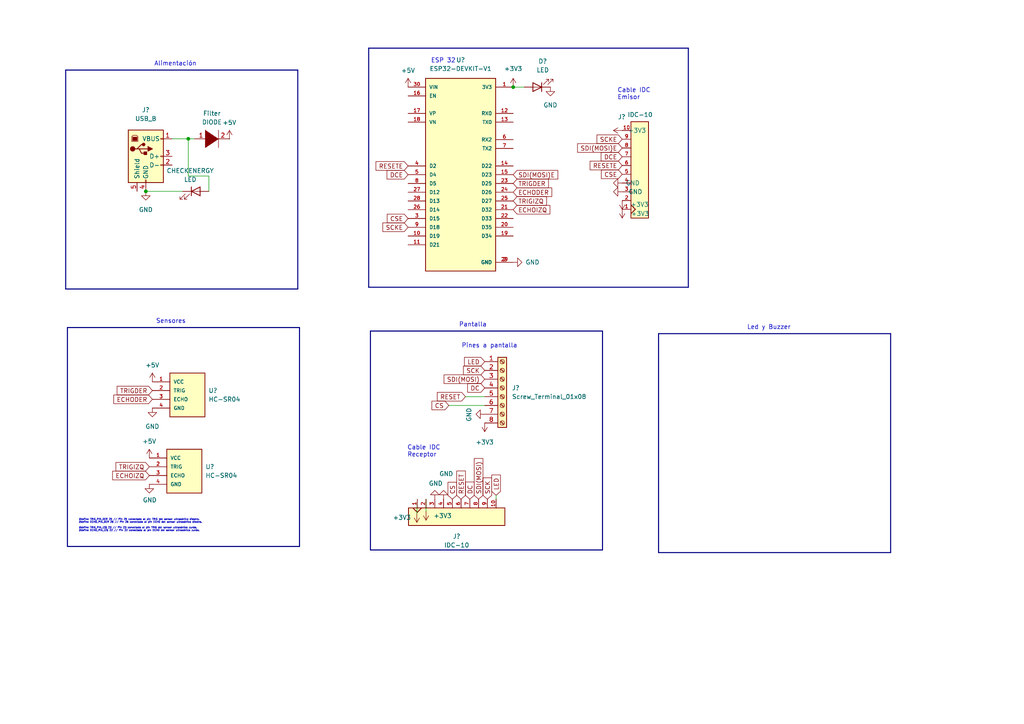
<source format=kicad_sch>
(kicad_sch (version 20211123) (generator eeschema)

  (uuid 9538e4ed-27e6-4c37-b989-9859dc0d49e8)

  (paper "A4")

  (lib_symbols
    (symbol "Connector:Screw_Terminal_01x08" (pin_names (offset 1.016) hide) (in_bom yes) (on_board yes)
      (property "Reference" "J" (id 0) (at 0 10.16 0)
        (effects (font (size 1.27 1.27)))
      )
      (property "Value" "Screw_Terminal_01x08" (id 1) (at 0 -12.7 0)
        (effects (font (size 1.27 1.27)))
      )
      (property "Footprint" "" (id 2) (at 0 0 0)
        (effects (font (size 1.27 1.27)) hide)
      )
      (property "Datasheet" "~" (id 3) (at 0 0 0)
        (effects (font (size 1.27 1.27)) hide)
      )
      (property "ki_keywords" "screw terminal" (id 4) (at 0 0 0)
        (effects (font (size 1.27 1.27)) hide)
      )
      (property "ki_description" "Generic screw terminal, single row, 01x08, script generated (kicad-library-utils/schlib/autogen/connector/)" (id 5) (at 0 0 0)
        (effects (font (size 1.27 1.27)) hide)
      )
      (property "ki_fp_filters" "TerminalBlock*:*" (id 6) (at 0 0 0)
        (effects (font (size 1.27 1.27)) hide)
      )
      (symbol "Screw_Terminal_01x08_1_1"
        (rectangle (start -1.27 8.89) (end 1.27 -11.43)
          (stroke (width 0.254) (type default) (color 0 0 0 0))
          (fill (type background))
        )
        (circle (center 0 -10.16) (radius 0.635)
          (stroke (width 0.1524) (type default) (color 0 0 0 0))
          (fill (type none))
        )
        (circle (center 0 -7.62) (radius 0.635)
          (stroke (width 0.1524) (type default) (color 0 0 0 0))
          (fill (type none))
        )
        (circle (center 0 -5.08) (radius 0.635)
          (stroke (width 0.1524) (type default) (color 0 0 0 0))
          (fill (type none))
        )
        (circle (center 0 -2.54) (radius 0.635)
          (stroke (width 0.1524) (type default) (color 0 0 0 0))
          (fill (type none))
        )
        (polyline
          (pts
            (xy -0.5334 -9.8298)
            (xy 0.3302 -10.668)
          )
          (stroke (width 0.1524) (type default) (color 0 0 0 0))
          (fill (type none))
        )
        (polyline
          (pts
            (xy -0.5334 -7.2898)
            (xy 0.3302 -8.128)
          )
          (stroke (width 0.1524) (type default) (color 0 0 0 0))
          (fill (type none))
        )
        (polyline
          (pts
            (xy -0.5334 -4.7498)
            (xy 0.3302 -5.588)
          )
          (stroke (width 0.1524) (type default) (color 0 0 0 0))
          (fill (type none))
        )
        (polyline
          (pts
            (xy -0.5334 -2.2098)
            (xy 0.3302 -3.048)
          )
          (stroke (width 0.1524) (type default) (color 0 0 0 0))
          (fill (type none))
        )
        (polyline
          (pts
            (xy -0.5334 0.3302)
            (xy 0.3302 -0.508)
          )
          (stroke (width 0.1524) (type default) (color 0 0 0 0))
          (fill (type none))
        )
        (polyline
          (pts
            (xy -0.5334 2.8702)
            (xy 0.3302 2.032)
          )
          (stroke (width 0.1524) (type default) (color 0 0 0 0))
          (fill (type none))
        )
        (polyline
          (pts
            (xy -0.5334 5.4102)
            (xy 0.3302 4.572)
          )
          (stroke (width 0.1524) (type default) (color 0 0 0 0))
          (fill (type none))
        )
        (polyline
          (pts
            (xy -0.5334 7.9502)
            (xy 0.3302 7.112)
          )
          (stroke (width 0.1524) (type default) (color 0 0 0 0))
          (fill (type none))
        )
        (polyline
          (pts
            (xy -0.3556 -9.652)
            (xy 0.508 -10.4902)
          )
          (stroke (width 0.1524) (type default) (color 0 0 0 0))
          (fill (type none))
        )
        (polyline
          (pts
            (xy -0.3556 -7.112)
            (xy 0.508 -7.9502)
          )
          (stroke (width 0.1524) (type default) (color 0 0 0 0))
          (fill (type none))
        )
        (polyline
          (pts
            (xy -0.3556 -4.572)
            (xy 0.508 -5.4102)
          )
          (stroke (width 0.1524) (type default) (color 0 0 0 0))
          (fill (type none))
        )
        (polyline
          (pts
            (xy -0.3556 -2.032)
            (xy 0.508 -2.8702)
          )
          (stroke (width 0.1524) (type default) (color 0 0 0 0))
          (fill (type none))
        )
        (polyline
          (pts
            (xy -0.3556 0.508)
            (xy 0.508 -0.3302)
          )
          (stroke (width 0.1524) (type default) (color 0 0 0 0))
          (fill (type none))
        )
        (polyline
          (pts
            (xy -0.3556 3.048)
            (xy 0.508 2.2098)
          )
          (stroke (width 0.1524) (type default) (color 0 0 0 0))
          (fill (type none))
        )
        (polyline
          (pts
            (xy -0.3556 5.588)
            (xy 0.508 4.7498)
          )
          (stroke (width 0.1524) (type default) (color 0 0 0 0))
          (fill (type none))
        )
        (polyline
          (pts
            (xy -0.3556 8.128)
            (xy 0.508 7.2898)
          )
          (stroke (width 0.1524) (type default) (color 0 0 0 0))
          (fill (type none))
        )
        (circle (center 0 0) (radius 0.635)
          (stroke (width 0.1524) (type default) (color 0 0 0 0))
          (fill (type none))
        )
        (circle (center 0 2.54) (radius 0.635)
          (stroke (width 0.1524) (type default) (color 0 0 0 0))
          (fill (type none))
        )
        (circle (center 0 5.08) (radius 0.635)
          (stroke (width 0.1524) (type default) (color 0 0 0 0))
          (fill (type none))
        )
        (circle (center 0 7.62) (radius 0.635)
          (stroke (width 0.1524) (type default) (color 0 0 0 0))
          (fill (type none))
        )
        (pin passive line (at -5.08 7.62 0) (length 3.81)
          (name "Pin_1" (effects (font (size 1.27 1.27))))
          (number "1" (effects (font (size 1.27 1.27))))
        )
        (pin passive line (at -5.08 5.08 0) (length 3.81)
          (name "Pin_2" (effects (font (size 1.27 1.27))))
          (number "2" (effects (font (size 1.27 1.27))))
        )
        (pin passive line (at -5.08 2.54 0) (length 3.81)
          (name "Pin_3" (effects (font (size 1.27 1.27))))
          (number "3" (effects (font (size 1.27 1.27))))
        )
        (pin passive line (at -5.08 0 0) (length 3.81)
          (name "Pin_4" (effects (font (size 1.27 1.27))))
          (number "4" (effects (font (size 1.27 1.27))))
        )
        (pin passive line (at -5.08 -2.54 0) (length 3.81)
          (name "Pin_5" (effects (font (size 1.27 1.27))))
          (number "5" (effects (font (size 1.27 1.27))))
        )
        (pin passive line (at -5.08 -5.08 0) (length 3.81)
          (name "Pin_6" (effects (font (size 1.27 1.27))))
          (number "6" (effects (font (size 1.27 1.27))))
        )
        (pin passive line (at -5.08 -7.62 0) (length 3.81)
          (name "Pin_7" (effects (font (size 1.27 1.27))))
          (number "7" (effects (font (size 1.27 1.27))))
        )
        (pin passive line (at -5.08 -10.16 0) (length 3.81)
          (name "Pin_8" (effects (font (size 1.27 1.27))))
          (number "8" (effects (font (size 1.27 1.27))))
        )
      )
    )
    (symbol "Connector:USB_B" (pin_names (offset 1.016)) (in_bom yes) (on_board yes)
      (property "Reference" "J" (id 0) (at -5.08 11.43 0)
        (effects (font (size 1.27 1.27)) (justify left))
      )
      (property "Value" "USB_B" (id 1) (at -5.08 8.89 0)
        (effects (font (size 1.27 1.27)) (justify left))
      )
      (property "Footprint" "" (id 2) (at 3.81 -1.27 0)
        (effects (font (size 1.27 1.27)) hide)
      )
      (property "Datasheet" " ~" (id 3) (at 3.81 -1.27 0)
        (effects (font (size 1.27 1.27)) hide)
      )
      (property "ki_keywords" "connector USB" (id 4) (at 0 0 0)
        (effects (font (size 1.27 1.27)) hide)
      )
      (property "ki_description" "USB Type B connector" (id 5) (at 0 0 0)
        (effects (font (size 1.27 1.27)) hide)
      )
      (property "ki_fp_filters" "USB*" (id 6) (at 0 0 0)
        (effects (font (size 1.27 1.27)) hide)
      )
      (symbol "USB_B_0_1"
        (rectangle (start -5.08 -7.62) (end 5.08 7.62)
          (stroke (width 0.254) (type default) (color 0 0 0 0))
          (fill (type background))
        )
        (circle (center -3.81 2.159) (radius 0.635)
          (stroke (width 0.254) (type default) (color 0 0 0 0))
          (fill (type outline))
        )
        (rectangle (start -3.81 5.588) (end -2.54 4.572)
          (stroke (width 0) (type default) (color 0 0 0 0))
          (fill (type outline))
        )
        (circle (center -0.635 3.429) (radius 0.381)
          (stroke (width 0.254) (type default) (color 0 0 0 0))
          (fill (type outline))
        )
        (rectangle (start -0.127 -7.62) (end 0.127 -6.858)
          (stroke (width 0) (type default) (color 0 0 0 0))
          (fill (type none))
        )
        (polyline
          (pts
            (xy -1.905 2.159)
            (xy 0.635 2.159)
          )
          (stroke (width 0.254) (type default) (color 0 0 0 0))
          (fill (type none))
        )
        (polyline
          (pts
            (xy -3.175 2.159)
            (xy -2.54 2.159)
            (xy -1.27 3.429)
            (xy -0.635 3.429)
          )
          (stroke (width 0.254) (type default) (color 0 0 0 0))
          (fill (type none))
        )
        (polyline
          (pts
            (xy -2.54 2.159)
            (xy -1.905 2.159)
            (xy -1.27 0.889)
            (xy 0 0.889)
          )
          (stroke (width 0.254) (type default) (color 0 0 0 0))
          (fill (type none))
        )
        (polyline
          (pts
            (xy 0.635 2.794)
            (xy 0.635 1.524)
            (xy 1.905 2.159)
            (xy 0.635 2.794)
          )
          (stroke (width 0.254) (type default) (color 0 0 0 0))
          (fill (type outline))
        )
        (polyline
          (pts
            (xy -4.064 4.318)
            (xy -2.286 4.318)
            (xy -2.286 5.715)
            (xy -2.667 6.096)
            (xy -3.683 6.096)
            (xy -4.064 5.715)
            (xy -4.064 4.318)
          )
          (stroke (width 0) (type default) (color 0 0 0 0))
          (fill (type none))
        )
        (rectangle (start 0.254 1.27) (end -0.508 0.508)
          (stroke (width 0.254) (type default) (color 0 0 0 0))
          (fill (type outline))
        )
        (rectangle (start 5.08 -2.667) (end 4.318 -2.413)
          (stroke (width 0) (type default) (color 0 0 0 0))
          (fill (type none))
        )
        (rectangle (start 5.08 -0.127) (end 4.318 0.127)
          (stroke (width 0) (type default) (color 0 0 0 0))
          (fill (type none))
        )
        (rectangle (start 5.08 4.953) (end 4.318 5.207)
          (stroke (width 0) (type default) (color 0 0 0 0))
          (fill (type none))
        )
      )
      (symbol "USB_B_1_1"
        (pin power_out line (at 7.62 5.08 180) (length 2.54)
          (name "VBUS" (effects (font (size 1.27 1.27))))
          (number "1" (effects (font (size 1.27 1.27))))
        )
        (pin bidirectional line (at 7.62 -2.54 180) (length 2.54)
          (name "D-" (effects (font (size 1.27 1.27))))
          (number "2" (effects (font (size 1.27 1.27))))
        )
        (pin bidirectional line (at 7.62 0 180) (length 2.54)
          (name "D+" (effects (font (size 1.27 1.27))))
          (number "3" (effects (font (size 1.27 1.27))))
        )
        (pin power_out line (at 0 -10.16 90) (length 2.54)
          (name "GND" (effects (font (size 1.27 1.27))))
          (number "4" (effects (font (size 1.27 1.27))))
        )
        (pin passive line (at -2.54 -10.16 90) (length 2.54)
          (name "Shield" (effects (font (size 1.27 1.27))))
          (number "5" (effects (font (size 1.27 1.27))))
        )
      )
    )
    (symbol "Device:LED" (pin_numbers hide) (pin_names (offset 1.016) hide) (in_bom yes) (on_board yes)
      (property "Reference" "D" (id 0) (at 0 2.54 0)
        (effects (font (size 1.27 1.27)))
      )
      (property "Value" "LED" (id 1) (at 0 -2.54 0)
        (effects (font (size 1.27 1.27)))
      )
      (property "Footprint" "" (id 2) (at 0 0 0)
        (effects (font (size 1.27 1.27)) hide)
      )
      (property "Datasheet" "~" (id 3) (at 0 0 0)
        (effects (font (size 1.27 1.27)) hide)
      )
      (property "ki_keywords" "LED diode" (id 4) (at 0 0 0)
        (effects (font (size 1.27 1.27)) hide)
      )
      (property "ki_description" "Light emitting diode" (id 5) (at 0 0 0)
        (effects (font (size 1.27 1.27)) hide)
      )
      (property "ki_fp_filters" "LED* LED_SMD:* LED_THT:*" (id 6) (at 0 0 0)
        (effects (font (size 1.27 1.27)) hide)
      )
      (symbol "LED_0_1"
        (polyline
          (pts
            (xy -1.27 -1.27)
            (xy -1.27 1.27)
          )
          (stroke (width 0.254) (type default) (color 0 0 0 0))
          (fill (type none))
        )
        (polyline
          (pts
            (xy -1.27 0)
            (xy 1.27 0)
          )
          (stroke (width 0) (type default) (color 0 0 0 0))
          (fill (type none))
        )
        (polyline
          (pts
            (xy 1.27 -1.27)
            (xy 1.27 1.27)
            (xy -1.27 0)
            (xy 1.27 -1.27)
          )
          (stroke (width 0.254) (type default) (color 0 0 0 0))
          (fill (type none))
        )
        (polyline
          (pts
            (xy -3.048 -0.762)
            (xy -4.572 -2.286)
            (xy -3.81 -2.286)
            (xy -4.572 -2.286)
            (xy -4.572 -1.524)
          )
          (stroke (width 0) (type default) (color 0 0 0 0))
          (fill (type none))
        )
        (polyline
          (pts
            (xy -1.778 -0.762)
            (xy -3.302 -2.286)
            (xy -2.54 -2.286)
            (xy -3.302 -2.286)
            (xy -3.302 -1.524)
          )
          (stroke (width 0) (type default) (color 0 0 0 0))
          (fill (type none))
        )
      )
      (symbol "LED_1_1"
        (pin passive line (at -3.81 0 0) (length 2.54)
          (name "K" (effects (font (size 1.27 1.27))))
          (number "1" (effects (font (size 1.27 1.27))))
        )
        (pin passive line (at 3.81 0 180) (length 2.54)
          (name "A" (effects (font (size 1.27 1.27))))
          (number "2" (effects (font (size 1.27 1.27))))
        )
      )
    )
    (symbol "ESP32-DEVKIT-V1:ESP32-DEVKIT-V1" (pin_names (offset 1.016)) (in_bom yes) (on_board yes)
      (property "Reference" "U" (id 0) (at -10.16 30.48 0)
        (effects (font (size 1.27 1.27)) (justify left top))
      )
      (property "Value" "ESP32-DEVKIT-V1" (id 1) (at -10.16 -30.48 0)
        (effects (font (size 1.27 1.27)) (justify left bottom))
      )
      (property "Footprint" "MODULE_ESP32_DEVKIT_V1" (id 2) (at 0 0 0)
        (effects (font (size 1.27 1.27)) (justify bottom) hide)
      )
      (property "Datasheet" "" (id 3) (at 0 0 0)
        (effects (font (size 1.27 1.27)) hide)
      )
      (property "PARTREV" "N/A" (id 4) (at 0 0 0)
        (effects (font (size 1.27 1.27)) (justify bottom) hide)
      )
      (property "STANDARD" "Manufacturer Recommendations" (id 5) (at 0 0 0)
        (effects (font (size 1.27 1.27)) (justify bottom) hide)
      )
      (property "MAXIMUM_PACKAGE_HEIGHT" "6.8 mm" (id 6) (at 0 0 0)
        (effects (font (size 1.27 1.27)) (justify bottom) hide)
      )
      (property "MANUFACTURER" "DOIT" (id 7) (at 0 0 0)
        (effects (font (size 1.27 1.27)) (justify bottom) hide)
      )
      (symbol "ESP32-DEVKIT-V1_0_0"
        (rectangle (start -10.16 -27.94) (end 10.16 27.94)
          (stroke (width 0.254) (type default) (color 0 0 0 0))
          (fill (type background))
        )
        (pin output line (at 15.24 25.4 180) (length 5.08)
          (name "3V3" (effects (font (size 1.016 1.016))))
          (number "1" (effects (font (size 1.016 1.016))))
        )
        (pin bidirectional line (at -15.24 -17.78 0) (length 5.08)
          (name "D19" (effects (font (size 1.016 1.016))))
          (number "10" (effects (font (size 1.016 1.016))))
        )
        (pin bidirectional line (at -15.24 -20.32 0) (length 5.08)
          (name "D21" (effects (font (size 1.016 1.016))))
          (number "11" (effects (font (size 1.016 1.016))))
        )
        (pin input line (at 15.24 17.78 180) (length 5.08)
          (name "RX0" (effects (font (size 1.016 1.016))))
          (number "12" (effects (font (size 1.016 1.016))))
        )
        (pin output line (at 15.24 15.24 180) (length 5.08)
          (name "TX0" (effects (font (size 1.016 1.016))))
          (number "13" (effects (font (size 1.016 1.016))))
        )
        (pin bidirectional line (at 15.24 2.54 180) (length 5.08)
          (name "D22" (effects (font (size 1.016 1.016))))
          (number "14" (effects (font (size 1.016 1.016))))
        )
        (pin bidirectional line (at 15.24 0 180) (length 5.08)
          (name "D23" (effects (font (size 1.016 1.016))))
          (number "15" (effects (font (size 1.016 1.016))))
        )
        (pin input line (at -15.24 22.86 0) (length 5.08)
          (name "EN" (effects (font (size 1.016 1.016))))
          (number "16" (effects (font (size 1.016 1.016))))
        )
        (pin bidirectional line (at -15.24 17.78 0) (length 5.08)
          (name "VP" (effects (font (size 1.016 1.016))))
          (number "17" (effects (font (size 1.016 1.016))))
        )
        (pin bidirectional line (at -15.24 15.24 0) (length 5.08)
          (name "VN" (effects (font (size 1.016 1.016))))
          (number "18" (effects (font (size 1.016 1.016))))
        )
        (pin bidirectional line (at 15.24 -17.78 180) (length 5.08)
          (name "D34" (effects (font (size 1.016 1.016))))
          (number "19" (effects (font (size 1.016 1.016))))
        )
        (pin power_in line (at 15.24 -25.4 180) (length 5.08)
          (name "GND" (effects (font (size 1.016 1.016))))
          (number "2" (effects (font (size 1.016 1.016))))
        )
        (pin bidirectional line (at 15.24 -15.24 180) (length 5.08)
          (name "D35" (effects (font (size 1.016 1.016))))
          (number "20" (effects (font (size 1.016 1.016))))
        )
        (pin bidirectional line (at 15.24 -10.16 180) (length 5.08)
          (name "D32" (effects (font (size 1.016 1.016))))
          (number "21" (effects (font (size 1.016 1.016))))
        )
        (pin bidirectional line (at 15.24 -12.7 180) (length 5.08)
          (name "D33" (effects (font (size 1.016 1.016))))
          (number "22" (effects (font (size 1.016 1.016))))
        )
        (pin bidirectional line (at 15.24 -2.54 180) (length 5.08)
          (name "D25" (effects (font (size 1.016 1.016))))
          (number "23" (effects (font (size 1.016 1.016))))
        )
        (pin bidirectional line (at 15.24 -5.08 180) (length 5.08)
          (name "D26" (effects (font (size 1.016 1.016))))
          (number "24" (effects (font (size 1.016 1.016))))
        )
        (pin bidirectional line (at 15.24 -7.62 180) (length 5.08)
          (name "D27" (effects (font (size 1.016 1.016))))
          (number "25" (effects (font (size 1.016 1.016))))
        )
        (pin bidirectional line (at -15.24 -10.16 0) (length 5.08)
          (name "D14" (effects (font (size 1.016 1.016))))
          (number "26" (effects (font (size 1.016 1.016))))
        )
        (pin bidirectional line (at -15.24 -5.08 0) (length 5.08)
          (name "D12" (effects (font (size 1.016 1.016))))
          (number "27" (effects (font (size 1.016 1.016))))
        )
        (pin bidirectional line (at -15.24 -7.62 0) (length 5.08)
          (name "D13" (effects (font (size 1.016 1.016))))
          (number "28" (effects (font (size 1.016 1.016))))
        )
        (pin power_in line (at 15.24 -25.4 180) (length 5.08)
          (name "GND" (effects (font (size 1.016 1.016))))
          (number "29" (effects (font (size 1.016 1.016))))
        )
        (pin bidirectional line (at -15.24 -12.7 0) (length 5.08)
          (name "D15" (effects (font (size 1.016 1.016))))
          (number "3" (effects (font (size 1.016 1.016))))
        )
        (pin input line (at -15.24 25.4 0) (length 5.08)
          (name "VIN" (effects (font (size 1.016 1.016))))
          (number "30" (effects (font (size 1.016 1.016))))
        )
        (pin bidirectional line (at -15.24 2.54 0) (length 5.08)
          (name "D2" (effects (font (size 1.016 1.016))))
          (number "4" (effects (font (size 1.016 1.016))))
        )
        (pin bidirectional line (at -15.24 0 0) (length 5.08)
          (name "D4" (effects (font (size 1.016 1.016))))
          (number "5" (effects (font (size 1.016 1.016))))
        )
        (pin input line (at 15.24 10.16 180) (length 5.08)
          (name "RX2" (effects (font (size 1.016 1.016))))
          (number "6" (effects (font (size 1.016 1.016))))
        )
        (pin output line (at 15.24 7.62 180) (length 5.08)
          (name "TX2" (effects (font (size 1.016 1.016))))
          (number "7" (effects (font (size 1.016 1.016))))
        )
        (pin bidirectional line (at -15.24 -2.54 0) (length 5.08)
          (name "D5" (effects (font (size 1.016 1.016))))
          (number "8" (effects (font (size 1.016 1.016))))
        )
        (pin bidirectional line (at -15.24 -15.24 0) (length 5.08)
          (name "D18" (effects (font (size 1.016 1.016))))
          (number "9" (effects (font (size 1.016 1.016))))
        )
      )
    )
    (symbol "HC-SR04:HC-SR04" (pin_names (offset 1.016)) (in_bom yes) (on_board yes)
      (property "Reference" "U" (id 0) (at 0 5.0813 0)
        (effects (font (size 1.27 1.27)) (justify left bottom))
      )
      (property "Value" "HC-SR04" (id 1) (at 0 -10.163 0)
        (effects (font (size 1.27 1.27)) (justify left bottom))
      )
      (property "Footprint" "XCVR_HC-SR04" (id 2) (at 0 0 0)
        (effects (font (size 1.27 1.27)) (justify bottom) hide)
      )
      (property "Datasheet" "" (id 3) (at 0 0 0)
        (effects (font (size 1.27 1.27)) hide)
      )
      (property "MANUFACTURER" "Osepp" (id 4) (at 0 0 0)
        (effects (font (size 1.27 1.27)) (justify bottom) hide)
      )
      (symbol "HC-SR04_0_0"
        (rectangle (start 0 -7.62) (end 10.16 5.08)
          (stroke (width 0.254) (type default) (color 0 0 0 0))
          (fill (type background))
        )
        (pin power_in line (at -5.08 2.54 0) (length 5.08)
          (name "VCC" (effects (font (size 1.016 1.016))))
          (number "1" (effects (font (size 1.016 1.016))))
        )
        (pin bidirectional line (at -5.08 0 0) (length 5.08)
          (name "TRIG" (effects (font (size 1.016 1.016))))
          (number "2" (effects (font (size 1.016 1.016))))
        )
        (pin bidirectional line (at -5.08 -2.54 0) (length 5.08)
          (name "ECHO" (effects (font (size 1.016 1.016))))
          (number "3" (effects (font (size 1.016 1.016))))
        )
        (pin power_in line (at -5.08 -5.08 0) (length 5.08)
          (name "GND" (effects (font (size 1.016 1.016))))
          (number "4" (effects (font (size 1.016 1.016))))
        )
      )
    )
    (symbol "IDC-10:IDC-10" (pin_names (offset 1.016)) (in_bom yes) (on_board yes)
      (property "Reference" "J" (id 0) (at -7.62 4.445 0)
        (effects (font (size 1.27 1.27)) (justify left bottom))
      )
      (property "Value" "IDC-10" (id 1) (at -7.62 3.175 0)
        (effects (font (size 1.27 1.27)) (justify left bottom))
      )
      (property "Footprint" "IDC-10-2.54MM" (id 2) (at 0 0 0)
        (effects (font (size 1.27 1.27)) (justify bottom) hide)
      )
      (property "Datasheet" "" (id 3) (at 0 0 0)
        (effects (font (size 1.27 1.27)) hide)
      )
      (symbol "IDC-10_0_0"
        (rectangle (start -7.62 -25.4) (end -2.54 2.54)
          (stroke (width 0.254) (type default) (color 0 0 0 0))
          (fill (type background))
        )
        (polyline
          (pts
            (xy -3.81 0)
            (xy -2.54 -1.27)
          )
          (stroke (width 0.254) (type default) (color 0 0 0 0))
          (fill (type none))
        )
        (polyline
          (pts
            (xy -2.54 1.27)
            (xy -3.81 0)
          )
          (stroke (width 0.254) (type default) (color 0 0 0 0))
          (fill (type none))
        )
        (pin passive line (at 0 0 180) (length 2.54)
          (name "~" (effects (font (size 1.016 1.016))))
          (number "1" (effects (font (size 1.016 1.016))))
        )
        (pin passive line (at 0 -22.86 180) (length 2.54)
          (name "~" (effects (font (size 1.016 1.016))))
          (number "10" (effects (font (size 1.016 1.016))))
        )
        (pin passive line (at 0 -2.54 180) (length 2.54)
          (name "~" (effects (font (size 1.016 1.016))))
          (number "2" (effects (font (size 1.016 1.016))))
        )
        (pin passive line (at 0 -5.08 180) (length 2.54)
          (name "~" (effects (font (size 1.016 1.016))))
          (number "3" (effects (font (size 1.016 1.016))))
        )
        (pin passive line (at 0 -7.62 180) (length 2.54)
          (name "~" (effects (font (size 1.016 1.016))))
          (number "4" (effects (font (size 1.016 1.016))))
        )
        (pin passive line (at 0 -10.16 180) (length 2.54)
          (name "~" (effects (font (size 1.016 1.016))))
          (number "5" (effects (font (size 1.016 1.016))))
        )
        (pin passive line (at 0 -12.7 180) (length 2.54)
          (name "~" (effects (font (size 1.016 1.016))))
          (number "6" (effects (font (size 1.016 1.016))))
        )
        (pin passive line (at 0 -15.24 180) (length 2.54)
          (name "~" (effects (font (size 1.016 1.016))))
          (number "7" (effects (font (size 1.016 1.016))))
        )
        (pin passive line (at 0 -17.78 180) (length 2.54)
          (name "~" (effects (font (size 1.016 1.016))))
          (number "8" (effects (font (size 1.016 1.016))))
        )
        (pin passive line (at 0 -20.32 180) (length 2.54)
          (name "~" (effects (font (size 1.016 1.016))))
          (number "9" (effects (font (size 1.016 1.016))))
        )
      )
    )
    (symbol "power:+3V3" (power) (pin_names (offset 0)) (in_bom yes) (on_board yes)
      (property "Reference" "#PWR" (id 0) (at 0 -3.81 0)
        (effects (font (size 1.27 1.27)) hide)
      )
      (property "Value" "+3V3" (id 1) (at 0 3.556 0)
        (effects (font (size 1.27 1.27)))
      )
      (property "Footprint" "" (id 2) (at 0 0 0)
        (effects (font (size 1.27 1.27)) hide)
      )
      (property "Datasheet" "" (id 3) (at 0 0 0)
        (effects (font (size 1.27 1.27)) hide)
      )
      (property "ki_keywords" "power-flag" (id 4) (at 0 0 0)
        (effects (font (size 1.27 1.27)) hide)
      )
      (property "ki_description" "Power symbol creates a global label with name \"+3V3\"" (id 5) (at 0 0 0)
        (effects (font (size 1.27 1.27)) hide)
      )
      (symbol "+3V3_0_1"
        (polyline
          (pts
            (xy -0.762 1.27)
            (xy 0 2.54)
          )
          (stroke (width 0) (type default) (color 0 0 0 0))
          (fill (type none))
        )
        (polyline
          (pts
            (xy 0 0)
            (xy 0 2.54)
          )
          (stroke (width 0) (type default) (color 0 0 0 0))
          (fill (type none))
        )
        (polyline
          (pts
            (xy 0 2.54)
            (xy 0.762 1.27)
          )
          (stroke (width 0) (type default) (color 0 0 0 0))
          (fill (type none))
        )
      )
      (symbol "+3V3_1_1"
        (pin power_in line (at 0 0 90) (length 0) hide
          (name "+3V3" (effects (font (size 1.27 1.27))))
          (number "1" (effects (font (size 1.27 1.27))))
        )
      )
    )
    (symbol "power:+5V" (power) (pin_names (offset 0)) (in_bom yes) (on_board yes)
      (property "Reference" "#PWR" (id 0) (at 0 -3.81 0)
        (effects (font (size 1.27 1.27)) hide)
      )
      (property "Value" "+5V" (id 1) (at 0 3.556 0)
        (effects (font (size 1.27 1.27)))
      )
      (property "Footprint" "" (id 2) (at 0 0 0)
        (effects (font (size 1.27 1.27)) hide)
      )
      (property "Datasheet" "" (id 3) (at 0 0 0)
        (effects (font (size 1.27 1.27)) hide)
      )
      (property "ki_keywords" "power-flag" (id 4) (at 0 0 0)
        (effects (font (size 1.27 1.27)) hide)
      )
      (property "ki_description" "Power symbol creates a global label with name \"+5V\"" (id 5) (at 0 0 0)
        (effects (font (size 1.27 1.27)) hide)
      )
      (symbol "+5V_0_1"
        (polyline
          (pts
            (xy -0.762 1.27)
            (xy 0 2.54)
          )
          (stroke (width 0) (type default) (color 0 0 0 0))
          (fill (type none))
        )
        (polyline
          (pts
            (xy 0 0)
            (xy 0 2.54)
          )
          (stroke (width 0) (type default) (color 0 0 0 0))
          (fill (type none))
        )
        (polyline
          (pts
            (xy 0 2.54)
            (xy 0.762 1.27)
          )
          (stroke (width 0) (type default) (color 0 0 0 0))
          (fill (type none))
        )
      )
      (symbol "+5V_1_1"
        (pin power_in line (at 0 0 90) (length 0) hide
          (name "+5V" (effects (font (size 1.27 1.27))))
          (number "1" (effects (font (size 1.27 1.27))))
        )
      )
    )
    (symbol "power:GND" (power) (pin_names (offset 0)) (in_bom yes) (on_board yes)
      (property "Reference" "#PWR" (id 0) (at 0 -6.35 0)
        (effects (font (size 1.27 1.27)) hide)
      )
      (property "Value" "GND" (id 1) (at 0 -3.81 0)
        (effects (font (size 1.27 1.27)))
      )
      (property "Footprint" "" (id 2) (at 0 0 0)
        (effects (font (size 1.27 1.27)) hide)
      )
      (property "Datasheet" "" (id 3) (at 0 0 0)
        (effects (font (size 1.27 1.27)) hide)
      )
      (property "ki_keywords" "power-flag" (id 4) (at 0 0 0)
        (effects (font (size 1.27 1.27)) hide)
      )
      (property "ki_description" "Power symbol creates a global label with name \"GND\" , ground" (id 5) (at 0 0 0)
        (effects (font (size 1.27 1.27)) hide)
      )
      (symbol "GND_0_1"
        (polyline
          (pts
            (xy 0 0)
            (xy 0 -1.27)
            (xy 1.27 -1.27)
            (xy 0 -2.54)
            (xy -1.27 -1.27)
            (xy 0 -1.27)
          )
          (stroke (width 0) (type default) (color 0 0 0 0))
          (fill (type none))
        )
      )
      (symbol "GND_1_1"
        (pin power_in line (at 0 0 270) (length 0) hide
          (name "GND" (effects (font (size 1.27 1.27))))
          (number "1" (effects (font (size 1.27 1.27))))
        )
      )
    )
    (symbol "pspice:DIODE" (pin_names (offset 1.016) hide) (in_bom yes) (on_board yes)
      (property "Reference" "D" (id 0) (at 0 3.81 0)
        (effects (font (size 1.27 1.27)))
      )
      (property "Value" "DIODE" (id 1) (at 0 -4.445 0)
        (effects (font (size 1.27 1.27)))
      )
      (property "Footprint" "" (id 2) (at 0 0 0)
        (effects (font (size 1.27 1.27)) hide)
      )
      (property "Datasheet" "~" (id 3) (at 0 0 0)
        (effects (font (size 1.27 1.27)) hide)
      )
      (property "ki_keywords" "simulation" (id 4) (at 0 0 0)
        (effects (font (size 1.27 1.27)) hide)
      )
      (property "ki_description" "Diode symbol for simulation only. Pin order incompatible with official kicad footprints" (id 5) (at 0 0 0)
        (effects (font (size 1.27 1.27)) hide)
      )
      (symbol "DIODE_0_1"
        (polyline
          (pts
            (xy 1.905 2.54)
            (xy 1.905 -2.54)
          )
          (stroke (width 0) (type default) (color 0 0 0 0))
          (fill (type none))
        )
        (polyline
          (pts
            (xy -1.905 2.54)
            (xy -1.905 -2.54)
            (xy 1.905 0)
          )
          (stroke (width 0) (type default) (color 0 0 0 0))
          (fill (type outline))
        )
      )
      (symbol "DIODE_1_1"
        (pin input line (at -5.08 0 0) (length 3.81)
          (name "K" (effects (font (size 1.27 1.27))))
          (number "1" (effects (font (size 1.27 1.27))))
        )
        (pin input line (at 5.08 0 180) (length 3.81)
          (name "A" (effects (font (size 1.27 1.27))))
          (number "2" (effects (font (size 1.27 1.27))))
        )
      )
    )
  )

  (junction (at 42.291 55.499) (diameter 0) (color 0 0 0 0)
    (uuid 8285ea9d-f67c-4eb1-a499-65bdbc8f927a)
  )
  (junction (at 54.61 40.259) (diameter 0) (color 0 0 0 0)
    (uuid efa027fa-b6a4-43d4-9dfc-93e33b4eeb70)
  )
  (junction (at 148.844 25.273) (diameter 0) (color 0 0 0 0)
    (uuid f32c4d41-5c99-4be9-9480-c61185160af3)
  )

  (bus (pts (xy 86.868 158.496) (xy 86.868 94.996))
    (stroke (width 0) (type default) (color 0 0 0 0))
    (uuid 01baf5d7-8575-49fa-b750-4bb78f7ed398)
  )

  (wire (pts (xy 130.175 117.602) (xy 140.589 117.602))
    (stroke (width 0) (type default) (color 0 0 0 0))
    (uuid 1914a7a9-c508-438c-8905-d0ca83eac836)
  )
  (wire (pts (xy 148.844 25.273) (xy 152.019 25.273))
    (stroke (width 0) (type default) (color 0 0 0 0))
    (uuid 1fb1477c-4d68-4df1-9cf7-db5cea3fa8bb)
  )
  (wire (pts (xy 143.891 143.637) (xy 143.891 144.78))
    (stroke (width 0) (type default) (color 0 0 0 0))
    (uuid 209189a2-5cb2-4ee8-a341-ca8386e0e989)
  )
  (bus (pts (xy 258.318 160.274) (xy 258.318 96.774))
    (stroke (width 0) (type default) (color 0 0 0 0))
    (uuid 26fa0e55-ded5-4fdc-9c3a-463e0e15d145)
  )
  (bus (pts (xy 107.442 96.012) (xy 107.442 159.512))
    (stroke (width 0) (type default) (color 0 0 0 0))
    (uuid 2d6614eb-bffa-4bcf-95c6-23d2c0802bc5)
  )
  (bus (pts (xy 106.934 83.312) (xy 199.644 83.312))
    (stroke (width 0) (type default) (color 0 0 0 0))
    (uuid 2d6a4f0e-aa68-4d44-9390-8ea258fa2bc4)
  )

  (wire (pts (xy 42.164 55.499) (xy 42.291 55.499))
    (stroke (width 0) (type default) (color 0 0 0 0))
    (uuid 30c79798-be41-47fb-ae7b-308ee6dc86f1)
  )
  (wire (pts (xy 60.579 51.054) (xy 60.579 55.499))
    (stroke (width 0) (type default) (color 0 0 0 0))
    (uuid 33e3861a-6a70-4e14-aca3-509946a4aa32)
  )
  (wire (pts (xy 54.61 40.259) (xy 54.61 51.054))
    (stroke (width 0) (type default) (color 0 0 0 0))
    (uuid 48ab5f9b-7004-486b-bbc9-6b17d102dd1e)
  )
  (bus (pts (xy 106.934 13.97) (xy 199.644 13.97))
    (stroke (width 0) (type default) (color 0 0 0 0))
    (uuid 4a8c099c-07ef-47db-b188-6f8b7978d1d4)
  )
  (bus (pts (xy 174.752 159.512) (xy 174.752 96.012))
    (stroke (width 0) (type default) (color 0 0 0 0))
    (uuid 4c0a6173-3bb5-488a-ae98-333b4befcac8)
  )

  (wire (pts (xy 123.571 148.336) (xy 123.571 144.78))
    (stroke (width 0) (type default) (color 0 0 0 0))
    (uuid 50f5d85c-4f23-4000-9f0d-c5db0cd35a56)
  )
  (wire (pts (xy 54.61 51.054) (xy 60.579 51.054))
    (stroke (width 0) (type default) (color 0 0 0 0))
    (uuid 5e426656-d1bc-49ea-93ac-f9402691a241)
  )
  (wire (pts (xy 54.61 40.259) (xy 56.388 40.259))
    (stroke (width 0) (type default) (color 0 0 0 0))
    (uuid 60ea152b-874f-4643-a675-04c44ba5285d)
  )
  (bus (pts (xy 19.05 83.82) (xy 86.36 83.82))
    (stroke (width 0) (type default) (color 0 0 0 0))
    (uuid 633292d3-80c5-4986-be82-ce926e9f09f4)
  )
  (bus (pts (xy 19.05 20.32) (xy 19.05 83.82))
    (stroke (width 0) (type default) (color 0 0 0 0))
    (uuid 7744b6ee-910d-401d-b730-65c35d3d8092)
  )

  (wire (pts (xy 66.548 40.259) (xy 66.548 40.386))
    (stroke (width 0) (type default) (color 0 0 0 0))
    (uuid 8aebab0d-85a6-48da-b8d9-adc951d70916)
  )
  (wire (pts (xy 120.904 148.971) (xy 121.031 144.78))
    (stroke (width 0) (type default) (color 0 0 0 0))
    (uuid 8eb99a34-48e9-41a1-ba4d-511983ccb267)
  )
  (wire (pts (xy 135.001 115.062) (xy 140.589 115.062))
    (stroke (width 0) (type default) (color 0 0 0 0))
    (uuid 97d79ed6-c330-4f76-9202-68d9c041823b)
  )
  (bus (pts (xy 19.558 94.996) (xy 86.868 94.996))
    (stroke (width 0) (type default) (color 0 0 0 0))
    (uuid 9c3666ff-48f7-42fc-87ea-b19fd9bff60f)
  )
  (bus (pts (xy 191.008 160.274) (xy 258.318 160.274))
    (stroke (width 0) (type default) (color 0 0 0 0))
    (uuid a2c88edb-de77-4fcd-9cc0-119965935e0e)
  )

  (wire (pts (xy 42.291 55.499) (xy 52.959 55.499))
    (stroke (width 0) (type default) (color 0 0 0 0))
    (uuid adffe234-1ffe-4135-b69e-19823dc45999)
  )
  (bus (pts (xy 19.558 94.996) (xy 19.558 158.496))
    (stroke (width 0) (type default) (color 0 0 0 0))
    (uuid c173dca6-6ab6-465e-85ec-e09c8c8bfdd9)
  )
  (bus (pts (xy 107.442 96.012) (xy 174.752 96.012))
    (stroke (width 0) (type default) (color 0 0 0 0))
    (uuid ca01648a-63a4-4a74-a0bb-87c77046fe26)
  )
  (bus (pts (xy 19.05 20.32) (xy 86.36 20.32))
    (stroke (width 0) (type default) (color 0 0 0 0))
    (uuid cbebc05a-c4dd-4baf-8c08-196e84e08b27)
  )
  (bus (pts (xy 19.558 158.496) (xy 86.868 158.496))
    (stroke (width 0) (type default) (color 0 0 0 0))
    (uuid d372b0df-12cb-4d18-93e5-ecca155a1076)
  )
  (bus (pts (xy 107.442 159.512) (xy 174.752 159.512))
    (stroke (width 0) (type default) (color 0 0 0 0))
    (uuid db2e9df3-5866-477c-b122-58d40133d766)
  )
  (bus (pts (xy 106.934 13.97) (xy 106.934 83.312))
    (stroke (width 0) (type default) (color 0 0 0 0))
    (uuid dff28682-682a-4b0a-b26e-2014cb392df5)
  )
  (bus (pts (xy 199.644 83.312) (xy 199.644 13.97))
    (stroke (width 0) (type default) (color 0 0 0 0))
    (uuid e2d57c80-00fb-4077-9c97-5541d2825a6b)
  )
  (bus (pts (xy 191.008 96.774) (xy 258.318 96.774))
    (stroke (width 0) (type default) (color 0 0 0 0))
    (uuid e78e4c02-edf4-4274-aaca-5bceeb078844)
  )
  (bus (pts (xy 191.008 96.774) (xy 191.008 160.274))
    (stroke (width 0) (type default) (color 0 0 0 0))
    (uuid eda8dd6b-776b-4c37-9caa-384399f3bf1f)
  )
  (bus (pts (xy 86.36 83.82) (xy 86.36 20.32))
    (stroke (width 0) (type default) (color 0 0 0 0))
    (uuid f5bf5b4a-5213-48af-a5cd-0d67969d2de6)
  )

  (wire (pts (xy 49.911 40.259) (xy 54.61 40.259))
    (stroke (width 0) (type default) (color 0 0 0 0))
    (uuid f8cacefd-fb6b-484c-bda2-3499973370d4)
  )

  (text "Cable IDC\nReceptor\n" (at 118.11 132.715 0)
    (effects (font (size 1.27 1.27)) (justify left bottom))
    (uuid 06266880-e8cd-403b-bd2a-78aa26ef3bb3)
  )
  (text "Pantalla\n" (at 133.096 94.996 0)
    (effects (font (size 1.27 1.27)) (justify left bottom))
    (uuid 2157593c-310f-447e-8a97-4b9a8bb259bb)
  )
  (text "ESP 32\n" (at 124.968 18.415 0)
    (effects (font (size 1.27 1.27)) (justify left bottom))
    (uuid 2361ed9d-44ac-40c1-ab71-db1419d4ef87)
  )
  (text "Led y Buzzer\n" (at 216.662 95.758 0)
    (effects (font (size 1.27 1.27)) (justify left bottom))
    (uuid 2fe78e00-e5a1-4316-afef-41db388c5a0e)
  )
  (text "Pines a pantalla\n" (at 133.858 101.092 0)
    (effects (font (size 1.27 1.27)) (justify left bottom))
    (uuid 42331aa6-3e4a-4cda-9d86-0972e301a4bd)
  )
  (text "Sensores\n" (at 45.212 93.98 0)
    (effects (font (size 1.27 1.27)) (justify left bottom))
    (uuid 4cea73b9-aa6a-4e61-a258-be68f53395e5)
  )
  (text "Cable IDC\nEmisor\n" (at 179.07 29.083 0)
    (effects (font (size 1.27 1.27)) (justify left bottom))
    (uuid 7c6c56ed-cdd8-4e79-9c28-ab803e4ab708)
  )
  (text "Alimentación\n" (at 44.704 19.304 0)
    (effects (font (size 1.27 1.27)) (justify left bottom))
    (uuid d90db84e-7df3-4d1b-b263-27f7c3991121)
  )
  (text "#define TRIG_PIN_DER 25 // Pin 25 conectado al pin TRIG del sensor ultrasónico diestro.\n#define ECHO_PIN_DER 26 // Pin 26 conectado al pin ECHO del sensor ultrasónico diestro.\n\n#define TRIG_PIN_IZQ 23 // Pin 23 conectado al pin TRIG del sensor ultrasónico zurdo.\n#define ECHO_PIN_IZQ 22 // Pin 22 conectado al pin ECHO del sensor ultrasónico zurdo.\n"
    (at 22.86 154.305 0)
    (effects (font (size 0.5 0.5)) (justify left bottom))
    (uuid f0f188dc-bf41-43cb-88b9-b3fd34cbb7c3)
  )

  (global_label "RESETE" (shape input) (at 180.467 48.006 180) (fields_autoplaced)
    (effects (font (size 1.27 1.27)) (justify right))
    (uuid 12cad966-f5cf-4d78-9be3-8a7b02403366)
    (property "Intersheet References" "${INTERSHEET_REFS}" (id 0) (at 171.1596 47.9266 0)
      (effects (font (size 1.27 1.27)) (justify right) hide)
    )
  )
  (global_label "RESET" (shape input) (at 135.001 115.062 180) (fields_autoplaced)
    (effects (font (size 1.27 1.27)) (justify right))
    (uuid 193c4851-6b86-4475-92ab-288894336d9d)
    (property "Intersheet References" "${INTERSHEET_REFS}" (id 0) (at 126.8427 114.9826 0)
      (effects (font (size 1.27 1.27)) (justify right) hide)
    )
  )
  (global_label "TRIGDER" (shape input) (at 44.196 113.284 180) (fields_autoplaced)
    (effects (font (size 1.27 1.27)) (justify right))
    (uuid 3365847b-b402-4632-91bf-a5b36c3e9e04)
    (property "Intersheet References" "${INTERSHEET_REFS}" (id 0) (at 33.9815 113.2046 0)
      (effects (font (size 1.27 1.27)) (justify right) hide)
    )
  )
  (global_label "SDI(MOSI)E" (shape input) (at 148.844 50.673 0) (fields_autoplaced)
    (effects (font (size 1.27 1.27)) (justify left))
    (uuid 38cc6ed6-46e7-4d34-a2df-4e3e2c4f84cd)
    (property "Intersheet References" "${INTERSHEET_REFS}" (id 0) (at 161.78 50.5936 0)
      (effects (font (size 1.27 1.27)) (justify left) hide)
    )
  )
  (global_label "SDI(MOSI)" (shape input) (at 140.589 109.982 180) (fields_autoplaced)
    (effects (font (size 1.27 1.27)) (justify right))
    (uuid 43015b1d-ed06-4b3a-a533-6c80dd89acac)
    (property "Intersheet References" "${INTERSHEET_REFS}" (id 0) (at 128.8021 109.9026 0)
      (effects (font (size 1.27 1.27)) (justify right) hide)
    )
  )
  (global_label "DC" (shape input) (at 136.271 144.78 90) (fields_autoplaced)
    (effects (font (size 1.27 1.27)) (justify left))
    (uuid 447edd28-8e89-4448-a42c-53ffad248e81)
    (property "Intersheet References" "${INTERSHEET_REFS}" (id 0) (at 136.3504 139.8269 90)
      (effects (font (size 1.27 1.27)) (justify left) hide)
    )
  )
  (global_label "RESETE" (shape input) (at 118.364 48.133 180) (fields_autoplaced)
    (effects (font (size 1.27 1.27)) (justify right))
    (uuid 4dcce6e0-aa79-4935-91a4-d81fc75860d3)
    (property "Intersheet References" "${INTERSHEET_REFS}" (id 0) (at 109.0566 48.0536 0)
      (effects (font (size 1.27 1.27)) (justify right) hide)
    )
  )
  (global_label "LED" (shape input) (at 143.891 143.637 90) (fields_autoplaced)
    (effects (font (size 1.27 1.27)) (justify left))
    (uuid 5283c78e-b420-45a5-9fe6-30cca03544b5)
    (property "Intersheet References" "${INTERSHEET_REFS}" (id 0) (at 143.9704 137.7768 90)
      (effects (font (size 1.27 1.27)) (justify left) hide)
    )
  )
  (global_label "CSE" (shape input) (at 118.364 63.373 180) (fields_autoplaced)
    (effects (font (size 1.27 1.27)) (justify right))
    (uuid 5373c1ea-f8df-4d67-a6a7-5c98fef7958c)
    (property "Intersheet References" "${INTERSHEET_REFS}" (id 0) (at 112.3223 63.2936 0)
      (effects (font (size 1.27 1.27)) (justify right) hide)
    )
  )
  (global_label "TRIGIZQ" (shape input) (at 43.307 135.382 180) (fields_autoplaced)
    (effects (font (size 1.27 1.27)) (justify right))
    (uuid 621fa3d6-4521-4d16-8a32-467c3b70ce61)
    (property "Intersheet References" "${INTERSHEET_REFS}" (id 0) (at 33.6368 135.3026 0)
      (effects (font (size 1.27 1.27)) (justify right) hide)
    )
  )
  (global_label "SCKE" (shape input) (at 180.467 40.386 180) (fields_autoplaced)
    (effects (font (size 1.27 1.27)) (justify right))
    (uuid 693a772a-2216-44b4-b936-41b852f377d3)
    (property "Intersheet References" "${INTERSHEET_REFS}" (id 0) (at 173.1553 40.3066 0)
      (effects (font (size 1.27 1.27)) (justify right) hide)
    )
  )
  (global_label "ECHODER" (shape input) (at 44.196 115.824 180) (fields_autoplaced)
    (effects (font (size 1.27 1.27)) (justify right))
    (uuid 7091d6fb-013a-4597-9b53-f191ad773640)
    (property "Intersheet References" "${INTERSHEET_REFS}" (id 0) (at 33.0139 115.7446 0)
      (effects (font (size 1.27 1.27)) (justify right) hide)
    )
  )
  (global_label "ECHODER" (shape input) (at 148.844 55.753 0) (fields_autoplaced)
    (effects (font (size 1.27 1.27)) (justify left))
    (uuid 77b743e1-2457-4552-b062-3a18d6948647)
    (property "Intersheet References" "${INTERSHEET_REFS}" (id 0) (at 160.0261 55.8324 0)
      (effects (font (size 1.27 1.27)) (justify left) hide)
    )
  )
  (global_label "DCE" (shape input) (at 180.467 45.466 180) (fields_autoplaced)
    (effects (font (size 1.27 1.27)) (justify right))
    (uuid 7f1ff09e-ae44-4077-84bd-fef37d6c5685)
    (property "Intersheet References" "${INTERSHEET_REFS}" (id 0) (at 174.3649 45.3866 0)
      (effects (font (size 1.27 1.27)) (justify right) hide)
    )
  )
  (global_label "SCKE" (shape input) (at 118.364 65.913 180) (fields_autoplaced)
    (effects (font (size 1.27 1.27)) (justify right))
    (uuid 82b27415-e9cc-40f1-a5cc-18c4c4eef3f8)
    (property "Intersheet References" "${INTERSHEET_REFS}" (id 0) (at 111.0523 65.8336 0)
      (effects (font (size 1.27 1.27)) (justify right) hide)
    )
  )
  (global_label "SDI(MOSI)E" (shape input) (at 180.467 42.926 180) (fields_autoplaced)
    (effects (font (size 1.27 1.27)) (justify right))
    (uuid 85dc5e23-3b29-4f85-8169-d5432e2c72e6)
    (property "Intersheet References" "${INTERSHEET_REFS}" (id 0) (at 167.531 43.0054 0)
      (effects (font (size 1.27 1.27)) (justify right) hide)
    )
  )
  (global_label "DC" (shape input) (at 140.589 112.522 180) (fields_autoplaced)
    (effects (font (size 1.27 1.27)) (justify right))
    (uuid 8aa9a5ba-e9a0-4f5a-91c2-a04b0b22bb6f)
    (property "Intersheet References" "${INTERSHEET_REFS}" (id 0) (at 135.6359 112.4426 0)
      (effects (font (size 1.27 1.27)) (justify right) hide)
    )
  )
  (global_label "ECHOIZQ" (shape input) (at 43.307 137.922 180) (fields_autoplaced)
    (effects (font (size 1.27 1.27)) (justify right))
    (uuid 9738cfc7-3e12-4e28-bdec-e3a71fef5f65)
    (property "Intersheet References" "${INTERSHEET_REFS}" (id 0) (at 32.6691 137.8426 0)
      (effects (font (size 1.27 1.27)) (justify right) hide)
    )
  )
  (global_label "CS" (shape input) (at 130.175 117.602 180) (fields_autoplaced)
    (effects (font (size 1.27 1.27)) (justify right))
    (uuid a49884e0-e88d-40f0-b5dc-9632239aabde)
    (property "Intersheet References" "${INTERSHEET_REFS}" (id 0) (at 125.2824 117.5226 0)
      (effects (font (size 1.27 1.27)) (justify right) hide)
    )
  )
  (global_label "DCE" (shape input) (at 118.364 50.673 180) (fields_autoplaced)
    (effects (font (size 1.27 1.27)) (justify right))
    (uuid acc5d95a-9e70-4901-b41d-fc2ecbb469f8)
    (property "Intersheet References" "${INTERSHEET_REFS}" (id 0) (at 112.2619 50.5936 0)
      (effects (font (size 1.27 1.27)) (justify right) hide)
    )
  )
  (global_label "SCK" (shape input) (at 140.589 107.442 180) (fields_autoplaced)
    (effects (font (size 1.27 1.27)) (justify right))
    (uuid ad6a6ee1-c3ad-4bc6-8662-e67733fd54ec)
    (property "Intersheet References" "${INTERSHEET_REFS}" (id 0) (at 134.4264 107.3626 0)
      (effects (font (size 1.27 1.27)) (justify right) hide)
    )
  )
  (global_label "TRIGDER" (shape input) (at 148.844 53.213 0) (fields_autoplaced)
    (effects (font (size 1.27 1.27)) (justify left))
    (uuid afe5eb2e-6546-44e3-b828-94042cbbc5df)
    (property "Intersheet References" "${INTERSHEET_REFS}" (id 0) (at 159.0585 53.2924 0)
      (effects (font (size 1.27 1.27)) (justify left) hide)
    )
  )
  (global_label "LED" (shape input) (at 140.589 104.902 180) (fields_autoplaced)
    (effects (font (size 1.27 1.27)) (justify right))
    (uuid b60337d9-ddbc-45b0-bfe6-44400d78a401)
    (property "Intersheet References" "${INTERSHEET_REFS}" (id 0) (at 134.7288 104.8226 0)
      (effects (font (size 1.27 1.27)) (justify right) hide)
    )
  )
  (global_label "SCK" (shape input) (at 141.351 144.78 90) (fields_autoplaced)
    (effects (font (size 1.27 1.27)) (justify left))
    (uuid c90faf82-f6a4-405c-b4f9-b07ab4a4846d)
    (property "Intersheet References" "${INTERSHEET_REFS}" (id 0) (at 141.4304 138.6174 90)
      (effects (font (size 1.27 1.27)) (justify left) hide)
    )
  )
  (global_label "RESET" (shape input) (at 133.731 144.78 90) (fields_autoplaced)
    (effects (font (size 1.27 1.27)) (justify left))
    (uuid c9b02d59-b786-4066-9d66-304bb58ea153)
    (property "Intersheet References" "${INTERSHEET_REFS}" (id 0) (at 133.8104 136.6217 90)
      (effects (font (size 1.27 1.27)) (justify left) hide)
    )
  )
  (global_label "ECHOIZQ" (shape input) (at 148.844 60.833 0) (fields_autoplaced)
    (effects (font (size 1.27 1.27)) (justify left))
    (uuid cb56cf07-c231-48a4-a6c9-c25436514006)
    (property "Intersheet References" "${INTERSHEET_REFS}" (id 0) (at 159.4819 60.9124 0)
      (effects (font (size 1.27 1.27)) (justify left) hide)
    )
  )
  (global_label "CS" (shape input) (at 131.191 144.78 90) (fields_autoplaced)
    (effects (font (size 1.27 1.27)) (justify left))
    (uuid e707458a-9fd1-450a-9de1-14923af1f77c)
    (property "Intersheet References" "${INTERSHEET_REFS}" (id 0) (at 131.2704 139.8874 90)
      (effects (font (size 1.27 1.27)) (justify left) hide)
    )
  )
  (global_label "TRIGIZQ" (shape input) (at 148.844 58.293 0) (fields_autoplaced)
    (effects (font (size 1.27 1.27)) (justify left))
    (uuid fab41baf-1c6c-4d61-ab24-06bb21ced743)
    (property "Intersheet References" "${INTERSHEET_REFS}" (id 0) (at 158.5142 58.3724 0)
      (effects (font (size 1.27 1.27)) (justify left) hide)
    )
  )
  (global_label "SDI(MOSI)" (shape input) (at 138.811 144.78 90) (fields_autoplaced)
    (effects (font (size 1.27 1.27)) (justify left))
    (uuid fb29bb2e-2194-4ad7-acf8-dc89f43e2bdb)
    (property "Intersheet References" "${INTERSHEET_REFS}" (id 0) (at 138.8904 132.9931 90)
      (effects (font (size 1.27 1.27)) (justify left) hide)
    )
  )
  (global_label "CSE" (shape input) (at 180.467 50.546 180) (fields_autoplaced)
    (effects (font (size 1.27 1.27)) (justify right))
    (uuid fb329621-b6dd-45c3-9712-e68f6c3e76e6)
    (property "Intersheet References" "${INTERSHEET_REFS}" (id 0) (at 174.4253 50.4666 0)
      (effects (font (size 1.27 1.27)) (justify right) hide)
    )
  )

  (symbol (lib_id "Connector:USB_B") (at 42.291 45.339 0) (unit 1)
    (in_bom yes) (on_board yes) (fields_autoplaced)
    (uuid 03548790-c09e-42f1-b01b-1a4d14589161)
    (property "Reference" "J?" (id 0) (at 42.291 31.877 0))
    (property "Value" "" (id 1) (at 42.291 34.417 0))
    (property "Footprint" "" (id 2) (at 46.101 46.609 0)
      (effects (font (size 1.27 1.27)) hide)
    )
    (property "Datasheet" " ~" (id 3) (at 46.101 46.609 0)
      (effects (font (size 1.27 1.27)) hide)
    )
    (pin "1" (uuid 14e40048-8c8c-4d92-babb-bf36d6fcae14))
    (pin "2" (uuid fa3e732f-9ceb-49fd-bd95-2e27a2bfed28))
    (pin "3" (uuid 159e9506-1075-4fbc-a41a-496f35ddf26e))
    (pin "4" (uuid 9074c8cd-fb49-4a8c-b345-ae5251a5fdd2))
    (pin "5" (uuid ecbeb389-9372-44da-b8e3-8d412d0f8de1))
  )

  (symbol (lib_id "power:GND") (at 44.196 118.364 0) (unit 1)
    (in_bom yes) (on_board yes) (fields_autoplaced)
    (uuid 0c683fd5-7c17-4da0-89d0-9429bc9fc488)
    (property "Reference" "#PWR?" (id 0) (at 44.196 124.714 0)
      (effects (font (size 1.27 1.27)) hide)
    )
    (property "Value" "GND" (id 1) (at 44.196 123.698 0))
    (property "Footprint" "" (id 2) (at 44.196 118.364 0)
      (effects (font (size 1.27 1.27)) hide)
    )
    (property "Datasheet" "" (id 3) (at 44.196 118.364 0)
      (effects (font (size 1.27 1.27)) hide)
    )
    (pin "1" (uuid 303a40b3-c2d4-44ba-8fd1-de399befba44))
  )

  (symbol (lib_id "power:+5V") (at 118.364 25.273 0) (unit 1)
    (in_bom yes) (on_board yes) (fields_autoplaced)
    (uuid 0e23da7f-b2cb-4b04-ac32-a66d1584b0ed)
    (property "Reference" "#PWR?" (id 0) (at 118.364 29.083 0)
      (effects (font (size 1.27 1.27)) hide)
    )
    (property "Value" "+5V" (id 1) (at 118.364 20.447 0))
    (property "Footprint" "" (id 2) (at 118.364 25.273 0)
      (effects (font (size 1.27 1.27)) hide)
    )
    (property "Datasheet" "" (id 3) (at 118.364 25.273 0)
      (effects (font (size 1.27 1.27)) hide)
    )
    (pin "1" (uuid 68cb68ff-e29f-4e36-b569-4508b130019d))
  )

  (symbol (lib_id "power:GND") (at 126.111 144.78 180) (unit 1)
    (in_bom yes) (on_board yes)
    (uuid 136be605-9f15-4bd2-8ff8-e7a49148062d)
    (property "Reference" "#PWR?" (id 0) (at 126.111 138.43 0)
      (effects (font (size 1.27 1.27)) hide)
    )
    (property "Value" "GND" (id 1) (at 124.333 140.208 0)
      (effects (font (size 1.27 1.27)) (justify right))
    )
    (property "Footprint" "" (id 2) (at 126.111 144.78 0)
      (effects (font (size 1.27 1.27)) hide)
    )
    (property "Datasheet" "" (id 3) (at 126.111 144.78 0)
      (effects (font (size 1.27 1.27)) hide)
    )
    (pin "1" (uuid d02f0b65-5618-489f-ae0a-a758f8dcf1b5))
  )

  (symbol (lib_id "Connector:Screw_Terminal_01x08") (at 145.669 112.522 0) (unit 1)
    (in_bom yes) (on_board yes) (fields_autoplaced)
    (uuid 1a207720-6e68-416d-921b-0fb54e978ec5)
    (property "Reference" "J?" (id 0) (at 148.463 112.5219 0)
      (effects (font (size 1.27 1.27)) (justify left))
    )
    (property "Value" "" (id 1) (at 148.463 115.0619 0)
      (effects (font (size 1.27 1.27)) (justify left))
    )
    (property "Footprint" "" (id 2) (at 145.669 112.522 0)
      (effects (font (size 1.27 1.27)) hide)
    )
    (property "Datasheet" "~" (id 3) (at 145.669 112.522 0)
      (effects (font (size 1.27 1.27)) hide)
    )
    (pin "1" (uuid 3ac944d8-e8e6-4132-b56e-ba4c7b738303))
    (pin "2" (uuid f271f3a2-f7a6-4514-ba05-71222b7adf10))
    (pin "3" (uuid ab062bce-f63a-414f-aa0b-2a631e2f4106))
    (pin "4" (uuid 0dcccee7-4bd5-4d40-a94a-7dac8829c2f1))
    (pin "5" (uuid 6859c97c-be55-4ec0-a101-fe3b9b206f8c))
    (pin "6" (uuid 2c4ff196-22f8-4308-9529-d768fc461e74))
    (pin "7" (uuid db425560-2ce9-45bb-9410-0cc2eb515593))
    (pin "8" (uuid 387335d2-0d37-41a3-9849-fcec26b3f252))
  )

  (symbol (lib_id "HC-SR04:HC-SR04") (at 48.387 135.382 0) (unit 1)
    (in_bom yes) (on_board yes) (fields_autoplaced)
    (uuid 2793840b-a7a2-4b64-beb3-f201196ad7f7)
    (property "Reference" "U?" (id 0) (at 59.563 135.3819 0)
      (effects (font (size 1.27 1.27)) (justify left))
    )
    (property "Value" "" (id 1) (at 59.563 137.9219 0)
      (effects (font (size 1.27 1.27)) (justify left))
    )
    (property "Footprint" "" (id 2) (at 48.387 135.382 0)
      (effects (font (size 1.27 1.27)) (justify bottom) hide)
    )
    (property "Datasheet" "" (id 3) (at 48.387 135.382 0)
      (effects (font (size 1.27 1.27)) hide)
    )
    (property "MANUFACTURER" "Osepp" (id 4) (at 48.387 135.382 0)
      (effects (font (size 1.27 1.27)) (justify bottom) hide)
    )
    (pin "1" (uuid c594af4f-2605-4bd2-8ad2-9fee546e35b0))
    (pin "2" (uuid 44afc06d-dd53-4557-a7e5-3b132552fed6))
    (pin "3" (uuid 06db0e0f-6f69-4d5d-a3a0-bfb7ad8860c6))
    (pin "4" (uuid 5cbf825c-345b-4afe-9938-60c232bd82fb))
  )

  (symbol (lib_id "power:+3V3") (at 180.467 60.706 180) (unit 1)
    (in_bom yes) (on_board yes) (fields_autoplaced)
    (uuid 511019c7-7268-4381-982e-407e7c5720d4)
    (property "Reference" "#PWR?" (id 0) (at 180.467 56.896 0)
      (effects (font (size 1.27 1.27)) hide)
    )
    (property "Value" "+3V3" (id 1) (at 183.007 61.9759 0)
      (effects (font (size 1.27 1.27)) (justify right))
    )
    (property "Footprint" "" (id 2) (at 180.467 60.706 0)
      (effects (font (size 1.27 1.27)) hide)
    )
    (property "Datasheet" "" (id 3) (at 180.467 60.706 0)
      (effects (font (size 1.27 1.27)) hide)
    )
    (pin "1" (uuid aab2227a-cd90-4f43-840f-b4307d8170eb))
  )

  (symbol (lib_id "power:+5V") (at 44.196 110.744 0) (unit 1)
    (in_bom yes) (on_board yes) (fields_autoplaced)
    (uuid 5d27fd09-0211-41a0-a9f8-c25aa0ae1fa0)
    (property "Reference" "#PWR?" (id 0) (at 44.196 114.554 0)
      (effects (font (size 1.27 1.27)) hide)
    )
    (property "Value" "+5V" (id 1) (at 44.196 105.918 0))
    (property "Footprint" "" (id 2) (at 44.196 110.744 0)
      (effects (font (size 1.27 1.27)) hide)
    )
    (property "Datasheet" "" (id 3) (at 44.196 110.744 0)
      (effects (font (size 1.27 1.27)) hide)
    )
    (pin "1" (uuid bb46423f-8b2c-4a45-b7bc-618eaab1457f))
  )

  (symbol (lib_id "power:+5V") (at 66.548 40.386 0) (unit 1)
    (in_bom yes) (on_board yes) (fields_autoplaced)
    (uuid 5e055fcb-e7a3-47f9-a133-9f4aec42e336)
    (property "Reference" "#PWR?" (id 0) (at 66.548 44.196 0)
      (effects (font (size 1.27 1.27)) hide)
    )
    (property "Value" "+5V" (id 1) (at 66.548 35.56 0))
    (property "Footprint" "" (id 2) (at 66.548 40.386 0)
      (effects (font (size 1.27 1.27)) hide)
    )
    (property "Datasheet" "" (id 3) (at 66.548 40.386 0)
      (effects (font (size 1.27 1.27)) hide)
    )
    (pin "1" (uuid c4bc598c-89a5-405c-9047-5a918845ead2))
  )

  (symbol (lib_id "HC-SR04:HC-SR04") (at 49.276 113.284 0) (unit 1)
    (in_bom yes) (on_board yes) (fields_autoplaced)
    (uuid 62619425-aa9c-4710-b5de-23f2d98d4163)
    (property "Reference" "U?" (id 0) (at 60.452 113.2839 0)
      (effects (font (size 1.27 1.27)) (justify left))
    )
    (property "Value" "HC-SR04" (id 1) (at 60.452 115.8239 0)
      (effects (font (size 1.27 1.27)) (justify left))
    )
    (property "Footprint" "XCVR_HC-SR04" (id 2) (at 49.276 113.284 0)
      (effects (font (size 1.27 1.27)) (justify bottom) hide)
    )
    (property "Datasheet" "" (id 3) (at 49.276 113.284 0)
      (effects (font (size 1.27 1.27)) hide)
    )
    (property "MANUFACTURER" "Osepp" (id 4) (at 49.276 113.284 0)
      (effects (font (size 1.27 1.27)) (justify bottom) hide)
    )
    (pin "1" (uuid 695f544f-98d5-4744-871b-7822ae87237a))
    (pin "2" (uuid 25d31b06-aab0-4942-b682-2e6b8dfe5b8f))
    (pin "3" (uuid acc61872-0e00-49bf-9060-f4e662be7686))
    (pin "4" (uuid 6f3a9ee1-f330-4833-8b84-31b0ad7ef96b))
  )

  (symbol (lib_id "pspice:DIODE") (at 61.468 40.259 0) (unit 1)
    (in_bom yes) (on_board yes) (fields_autoplaced)
    (uuid 68a22f98-e0e2-4b7a-97dd-6ffb8a7e3ab5)
    (property "Reference" "Filter" (id 0) (at 61.468 32.893 0))
    (property "Value" "" (id 1) (at 61.468 35.433 0))
    (property "Footprint" "" (id 2) (at 61.468 40.259 0)
      (effects (font (size 1.27 1.27)) hide)
    )
    (property "Datasheet" "~" (id 3) (at 61.468 40.259 0)
      (effects (font (size 1.27 1.27)) hide)
    )
    (pin "1" (uuid e550fa07-342f-4c65-b7b8-1c1e99171f7a))
    (pin "2" (uuid 86978336-3112-45d2-8fff-7367431866eb))
  )

  (symbol (lib_id "power:+5V") (at 43.307 132.842 0) (unit 1)
    (in_bom yes) (on_board yes) (fields_autoplaced)
    (uuid 6ed91ee3-9756-4a2e-9ec5-f8d21ef771c8)
    (property "Reference" "#PWR?" (id 0) (at 43.307 136.652 0)
      (effects (font (size 1.27 1.27)) hide)
    )
    (property "Value" "+5V" (id 1) (at 43.307 128.016 0))
    (property "Footprint" "" (id 2) (at 43.307 132.842 0)
      (effects (font (size 1.27 1.27)) hide)
    )
    (property "Datasheet" "" (id 3) (at 43.307 132.842 0)
      (effects (font (size 1.27 1.27)) hide)
    )
    (pin "1" (uuid fe68b58c-607b-4ef8-adc9-2320480d0b58))
  )

  (symbol (lib_id "power:GND") (at 43.307 140.462 0) (unit 1)
    (in_bom yes) (on_board yes)
    (uuid 8141ec82-3166-4c80-8a4b-2108cbd47fc3)
    (property "Reference" "#PWR?" (id 0) (at 43.307 146.812 0)
      (effects (font (size 1.27 1.27)) hide)
    )
    (property "Value" "GND" (id 1) (at 43.434 145.034 0))
    (property "Footprint" "" (id 2) (at 43.307 140.462 0)
      (effects (font (size 1.27 1.27)) hide)
    )
    (property "Datasheet" "" (id 3) (at 43.307 140.462 0)
      (effects (font (size 1.27 1.27)) hide)
    )
    (pin "1" (uuid a39e48c2-946b-426b-b118-92611b5d5e00))
  )

  (symbol (lib_id "IDC-10:IDC-10") (at 180.467 60.706 180) (unit 1)
    (in_bom yes) (on_board yes)
    (uuid 87ce564e-cf5f-4966-b56c-1558e13a4e2b)
    (property "Reference" "J?" (id 0) (at 179.197 33.909 0)
      (effects (font (size 1.27 1.27)) (justify right))
    )
    (property "Value" "" (id 1) (at 181.991 33.274 0)
      (effects (font (size 1.27 1.27)) (justify right))
    )
    (property "Footprint" "" (id 2) (at 180.467 60.706 0)
      (effects (font (size 1.27 1.27)) (justify bottom) hide)
    )
    (property "Datasheet" "" (id 3) (at 180.467 60.706 0)
      (effects (font (size 1.27 1.27)) hide)
    )
    (pin "1" (uuid e3413741-9734-4f68-89c8-5189d02bf07c))
    (pin "10" (uuid b5ff8136-7aa2-45b4-91e3-de145c4aa513))
    (pin "2" (uuid 14b74192-24b8-4c2a-bac0-054ef1b9fd0f))
    (pin "3" (uuid 076ac0d5-b592-48df-8170-d3249a551095))
    (pin "4" (uuid bab01329-1598-46c9-81eb-79ed57a3ca9b))
    (pin "5" (uuid 80fa1a1c-db07-40c8-8c04-838c09ef05fc))
    (pin "6" (uuid cb1d70a6-b651-4c2c-a1d7-309cd67a2987))
    (pin "7" (uuid 09dfef33-9015-42af-abbf-cdc65dc1b9af))
    (pin "8" (uuid b6409076-fde7-4f5f-b329-3e3c3a4fc038))
    (pin "9" (uuid 2b3f458d-0b44-44fc-91f0-01463bbe2b9a))
  )

  (symbol (lib_id "power:GND") (at 148.844 76.073 90) (unit 1)
    (in_bom yes) (on_board yes) (fields_autoplaced)
    (uuid 8d49f28e-c93e-4726-a588-cca15e485bff)
    (property "Reference" "#PWR?" (id 0) (at 155.194 76.073 0)
      (effects (font (size 1.27 1.27)) hide)
    )
    (property "Value" "GND" (id 1) (at 152.4 76.0729 90)
      (effects (font (size 1.27 1.27)) (justify right))
    )
    (property "Footprint" "" (id 2) (at 148.844 76.073 0)
      (effects (font (size 1.27 1.27)) hide)
    )
    (property "Datasheet" "" (id 3) (at 148.844 76.073 0)
      (effects (font (size 1.27 1.27)) hide)
    )
    (pin "1" (uuid e803fd8e-9bc6-4a72-a3e6-51855ceb3ddc))
  )

  (symbol (lib_id "power:+3V3") (at 120.904 148.971 180) (unit 1)
    (in_bom yes) (on_board yes)
    (uuid 9f4dba24-3a5c-4c92-9183-1bc420f0b835)
    (property "Reference" "#PWR?" (id 0) (at 120.904 145.161 0)
      (effects (font (size 1.27 1.27)) hide)
    )
    (property "Value" "+3V3" (id 1) (at 113.919 150.114 0)
      (effects (font (size 1.27 1.27)) (justify right))
    )
    (property "Footprint" "" (id 2) (at 120.904 148.971 0)
      (effects (font (size 1.27 1.27)) hide)
    )
    (property "Datasheet" "" (id 3) (at 120.904 148.971 0)
      (effects (font (size 1.27 1.27)) hide)
    )
    (pin "1" (uuid ba236a92-c2d7-4a4d-bb57-50239ebcc4fe))
  )

  (symbol (lib_id "power:+3V3") (at 180.467 37.846 90) (unit 1)
    (in_bom yes) (on_board yes) (fields_autoplaced)
    (uuid a3c5e59e-78f3-412d-8e48-3b45809848a9)
    (property "Reference" "#PWR?" (id 0) (at 184.277 37.846 0)
      (effects (font (size 1.27 1.27)) hide)
    )
    (property "Value" "+3V3" (id 1) (at 182.118 37.8459 90)
      (effects (font (size 1.27 1.27)) (justify right))
    )
    (property "Footprint" "" (id 2) (at 180.467 37.846 0)
      (effects (font (size 1.27 1.27)) hide)
    )
    (property "Datasheet" "" (id 3) (at 180.467 37.846 0)
      (effects (font (size 1.27 1.27)) hide)
    )
    (pin "1" (uuid 16ec30dc-cc9d-4229-9784-53267ba5d4b3))
  )

  (symbol (lib_id "power:GND") (at 159.639 25.273 0) (unit 1)
    (in_bom yes) (on_board yes) (fields_autoplaced)
    (uuid ad35942f-b1ca-4f9b-a35d-9cc65b8c5cdf)
    (property "Reference" "#PWR?" (id 0) (at 159.639 31.623 0)
      (effects (font (size 1.27 1.27)) hide)
    )
    (property "Value" "" (id 1) (at 159.639 30.48 0))
    (property "Footprint" "" (id 2) (at 159.639 25.273 0)
      (effects (font (size 1.27 1.27)) hide)
    )
    (property "Datasheet" "" (id 3) (at 159.639 25.273 0)
      (effects (font (size 1.27 1.27)) hide)
    )
    (pin "1" (uuid 1919e92c-2f20-48de-b925-86c329f98786))
  )

  (symbol (lib_id "power:+3V3") (at 180.467 58.166 180) (unit 1)
    (in_bom yes) (on_board yes)
    (uuid ba3ef99d-b654-41ff-ac74-097924607fd2)
    (property "Reference" "#PWR?" (id 0) (at 180.467 54.356 0)
      (effects (font (size 1.27 1.27)) hide)
    )
    (property "Value" "+3V3" (id 1) (at 182.88 59.309 0)
      (effects (font (size 1.27 1.27)) (justify right))
    )
    (property "Footprint" "" (id 2) (at 180.467 58.166 0)
      (effects (font (size 1.27 1.27)) hide)
    )
    (property "Datasheet" "" (id 3) (at 180.467 58.166 0)
      (effects (font (size 1.27 1.27)) hide)
    )
    (pin "1" (uuid 56704af5-96b4-4512-8ddf-72c78fd9cad9))
  )

  (symbol (lib_id "ESP32-DEVKIT-V1:ESP32-DEVKIT-V1") (at 133.604 50.673 0) (unit 1)
    (in_bom yes) (on_board yes) (fields_autoplaced)
    (uuid c019c5a4-a50b-4f23-a7f9-b44c8a85553c)
    (property "Reference" "U?" (id 0) (at 133.604 17.399 0))
    (property "Value" "" (id 1) (at 133.604 19.939 0))
    (property "Footprint" "" (id 2) (at 133.604 50.673 0)
      (effects (font (size 1.27 1.27)) (justify bottom) hide)
    )
    (property "Datasheet" "" (id 3) (at 133.604 50.673 0)
      (effects (font (size 1.27 1.27)) hide)
    )
    (property "PARTREV" "N/A" (id 4) (at 133.604 50.673 0)
      (effects (font (size 1.27 1.27)) (justify bottom) hide)
    )
    (property "STANDARD" "Manufacturer Recommendations" (id 5) (at 133.604 50.673 0)
      (effects (font (size 1.27 1.27)) (justify bottom) hide)
    )
    (property "MAXIMUM_PACKAGE_HEIGHT" "6.8 mm" (id 6) (at 133.604 50.673 0)
      (effects (font (size 1.27 1.27)) (justify bottom) hide)
    )
    (property "MANUFACTURER" "DOIT" (id 7) (at 133.604 50.673 0)
      (effects (font (size 1.27 1.27)) (justify bottom) hide)
    )
    (pin "1" (uuid 964bd892-1077-4c54-8d29-b1fdbc43900a))
    (pin "10" (uuid 2934bf45-540c-4237-848d-ac6ecd329abf))
    (pin "11" (uuid c4f41c74-df84-4a98-8383-166aef3c0d5b))
    (pin "12" (uuid 61c21b95-fe38-48ce-943a-de1158bf9568))
    (pin "13" (uuid 24ed6fb9-edea-4623-9060-19bada3f5276))
    (pin "14" (uuid fa7e8a64-4703-4938-834d-0c83a430ceb3))
    (pin "15" (uuid 643c6024-3db9-4316-85b0-2c5830cb71d1))
    (pin "16" (uuid f2707940-6dc1-45d1-b2ae-c48f3a022c39))
    (pin "17" (uuid 850969aa-8f6f-4328-8bc5-e5c59ecaf129))
    (pin "18" (uuid 4495147d-f071-4e4c-a54e-e958ccc11db4))
    (pin "19" (uuid 2bafec81-edd3-4039-9dbd-b090d51c0aac))
    (pin "2" (uuid cf25fff4-e100-41ba-882e-c918c04492db))
    (pin "20" (uuid ec51cd11-ca90-4e3c-bfbd-9d921351c2f6))
    (pin "21" (uuid 5c52b654-07e0-4692-8cf4-556078bde071))
    (pin "22" (uuid 2b4f5e26-97c0-4c28-bdcc-dff33518bfa2))
    (pin "23" (uuid 28c0cdb6-8752-4d2a-9f08-1ac4398dbdb1))
    (pin "24" (uuid e42f8f6a-1ffd-48dc-ad11-9bde58c6e084))
    (pin "25" (uuid 50b057d2-7365-4bb0-9f34-b8f2b52c2ed8))
    (pin "26" (uuid 01fec72c-ec8f-4647-a882-40f8c9dab740))
    (pin "27" (uuid 20152af4-fbf6-44e8-91ec-9752cf97eb39))
    (pin "28" (uuid 075fba84-5a9a-4ce3-91c4-0ce8ad20ff0c))
    (pin "29" (uuid f9751585-cfa8-43fa-bae2-d239493b7f80))
    (pin "3" (uuid 6b029ae7-00f8-45a3-a379-8879464b4047))
    (pin "30" (uuid 19991842-559b-4181-bd94-9e4023eb3f59))
    (pin "4" (uuid 3c1fd943-2060-4cfa-97d2-4f2240ba0e65))
    (pin "5" (uuid eacc9e46-d2ab-4fd6-ad5f-7e7988779632))
    (pin "6" (uuid 4467449a-a2ba-4064-b821-c1186e53fa1a))
    (pin "7" (uuid 29cb71b3-a3a6-44df-b139-be43f52d8f13))
    (pin "8" (uuid 52f9eb7f-95fa-42ab-acd9-4c6f0fc806c7))
    (pin "9" (uuid 9a3d95f5-827a-41b6-9a8a-6e0e1ade6c81))
  )

  (symbol (lib_id "power:GND") (at 128.651 144.78 180) (unit 1)
    (in_bom yes) (on_board yes)
    (uuid c08e0a76-db10-4f9f-99eb-27eb3ed94632)
    (property "Reference" "#PWR?" (id 0) (at 128.651 138.43 0)
      (effects (font (size 1.27 1.27)) hide)
    )
    (property "Value" "GND" (id 1) (at 127.381 137.414 0)
      (effects (font (size 1.27 1.27)) (justify right))
    )
    (property "Footprint" "" (id 2) (at 128.651 144.78 0)
      (effects (font (size 1.27 1.27)) hide)
    )
    (property "Datasheet" "" (id 3) (at 128.651 144.78 0)
      (effects (font (size 1.27 1.27)) hide)
    )
    (pin "1" (uuid 6e05b05f-844a-49e4-af35-e03738b90842))
  )

  (symbol (lib_id "power:GND") (at 180.467 53.086 270) (unit 1)
    (in_bom yes) (on_board yes) (fields_autoplaced)
    (uuid c1a5117d-193c-4d47-bfa7-8b3cbbe5665d)
    (property "Reference" "#PWR?" (id 0) (at 174.117 53.086 0)
      (effects (font (size 1.27 1.27)) hide)
    )
    (property "Value" "GND" (id 1) (at 181.483 53.0859 90)
      (effects (font (size 1.27 1.27)) (justify left))
    )
    (property "Footprint" "" (id 2) (at 180.467 53.086 0)
      (effects (font (size 1.27 1.27)) hide)
    )
    (property "Datasheet" "" (id 3) (at 180.467 53.086 0)
      (effects (font (size 1.27 1.27)) hide)
    )
    (pin "1" (uuid 12b6e544-7668-4ddf-8c4c-f61cd62931bb))
  )

  (symbol (lib_id "Device:LED") (at 155.829 25.273 180) (unit 1)
    (in_bom yes) (on_board yes) (fields_autoplaced)
    (uuid d315360c-b4ec-40bc-80ac-7f1a0e1f3a09)
    (property "Reference" "D?" (id 0) (at 157.4165 17.78 0))
    (property "Value" "" (id 1) (at 157.4165 20.32 0))
    (property "Footprint" "" (id 2) (at 155.829 25.273 0)
      (effects (font (size 1.27 1.27)) hide)
    )
    (property "Datasheet" "~" (id 3) (at 155.829 25.273 0)
      (effects (font (size 1.27 1.27)) hide)
    )
    (pin "1" (uuid a50d64e2-f197-4a4d-8ee9-6f6b602fb985))
    (pin "2" (uuid 22217fe7-1f57-4741-b90a-b629206b6477))
  )

  (symbol (lib_id "power:+3V3") (at 148.844 25.273 0) (unit 1)
    (in_bom yes) (on_board yes) (fields_autoplaced)
    (uuid d6c7b640-0892-41b8-8e0a-2a49ed2b6a64)
    (property "Reference" "#PWR?" (id 0) (at 148.844 29.083 0)
      (effects (font (size 1.27 1.27)) hide)
    )
    (property "Value" "" (id 1) (at 148.844 19.939 0))
    (property "Footprint" "" (id 2) (at 148.844 25.273 0)
      (effects (font (size 1.27 1.27)) hide)
    )
    (property "Datasheet" "" (id 3) (at 148.844 25.273 0)
      (effects (font (size 1.27 1.27)) hide)
    )
    (pin "1" (uuid 773412fa-1824-4ea0-ac9b-38629c9b6698))
  )

  (symbol (lib_id "Device:LED") (at 56.769 55.499 0) (unit 1)
    (in_bom yes) (on_board yes) (fields_autoplaced)
    (uuid d9fde131-60fc-4cc3-9484-29f5c2056efc)
    (property "Reference" "CHECKENERGY" (id 0) (at 55.1815 49.53 0))
    (property "Value" "" (id 1) (at 55.1815 52.07 0))
    (property "Footprint" "" (id 2) (at 56.769 55.499 0)
      (effects (font (size 1.27 1.27)) hide)
    )
    (property "Datasheet" "~" (id 3) (at 56.769 55.499 0)
      (effects (font (size 1.27 1.27)) hide)
    )
    (pin "1" (uuid d383d77a-5142-4e6b-8b3d-89232b00ba4d))
    (pin "2" (uuid 1546675d-454d-4af0-99a7-e36bfb1dd912))
  )

  (symbol (lib_id "power:GND") (at 42.291 55.499 0) (unit 1)
    (in_bom yes) (on_board yes) (fields_autoplaced)
    (uuid e22aaddb-0be8-4d03-a7c8-13eb8a62b931)
    (property "Reference" "#PWR?" (id 0) (at 42.291 61.849 0)
      (effects (font (size 1.27 1.27)) hide)
    )
    (property "Value" "GND" (id 1) (at 42.291 60.833 0))
    (property "Footprint" "" (id 2) (at 42.291 55.499 0)
      (effects (font (size 1.27 1.27)) hide)
    )
    (property "Datasheet" "" (id 3) (at 42.291 55.499 0)
      (effects (font (size 1.27 1.27)) hide)
    )
    (pin "1" (uuid 18257ef3-7ee9-4fac-adc8-fc8410a5a3a4))
  )

  (symbol (lib_id "power:+3V3") (at 140.589 122.682 180) (unit 1)
    (in_bom yes) (on_board yes) (fields_autoplaced)
    (uuid e9aee025-d7a9-4ce7-aff8-a375f84e0702)
    (property "Reference" "#PWR?" (id 0) (at 140.589 118.872 0)
      (effects (font (size 1.27 1.27)) hide)
    )
    (property "Value" "" (id 1) (at 140.589 128.27 0))
    (property "Footprint" "" (id 2) (at 140.589 122.682 0)
      (effects (font (size 1.27 1.27)) hide)
    )
    (property "Datasheet" "" (id 3) (at 140.589 122.682 0)
      (effects (font (size 1.27 1.27)) hide)
    )
    (pin "1" (uuid 3644a69d-c6f8-4c0c-86f2-426f818a84d1))
  )

  (symbol (lib_id "power:GND") (at 180.467 55.626 270) (unit 1)
    (in_bom yes) (on_board yes) (fields_autoplaced)
    (uuid f3a09a7e-0be2-4b25-bc1f-128d898a457e)
    (property "Reference" "#PWR?" (id 0) (at 174.117 55.626 0)
      (effects (font (size 1.27 1.27)) hide)
    )
    (property "Value" "GND" (id 1) (at 182.245 55.6259 90)
      (effects (font (size 1.27 1.27)) (justify left))
    )
    (property "Footprint" "" (id 2) (at 180.467 55.626 0)
      (effects (font (size 1.27 1.27)) hide)
    )
    (property "Datasheet" "" (id 3) (at 180.467 55.626 0)
      (effects (font (size 1.27 1.27)) hide)
    )
    (pin "1" (uuid c4bdd303-dac2-4b2b-bcd8-a2210f24a9cd))
  )

  (symbol (lib_id "power:+3V3") (at 123.571 148.336 180) (unit 1)
    (in_bom yes) (on_board yes) (fields_autoplaced)
    (uuid f8025ee5-d9e2-4707-bf27-37a3b06c894b)
    (property "Reference" "#PWR?" (id 0) (at 123.571 144.526 0)
      (effects (font (size 1.27 1.27)) hide)
    )
    (property "Value" "+3V3" (id 1) (at 125.73 149.6059 0)
      (effects (font (size 1.27 1.27)) (justify right))
    )
    (property "Footprint" "" (id 2) (at 123.571 148.336 0)
      (effects (font (size 1.27 1.27)) hide)
    )
    (property "Datasheet" "" (id 3) (at 123.571 148.336 0)
      (effects (font (size 1.27 1.27)) hide)
    )
    (pin "1" (uuid 19076aba-3c30-4d72-9236-2b6830b8ff42))
  )

  (symbol (lib_id "IDC-10:IDC-10") (at 121.031 144.78 90) (unit 1)
    (in_bom yes) (on_board yes) (fields_autoplaced)
    (uuid fc23c20e-8c49-47e1-ba1c-61b45da346fe)
    (property "Reference" "J?" (id 0) (at 132.461 155.575 90))
    (property "Value" "IDC-10" (id 1) (at 132.461 158.115 90))
    (property "Footprint" "IDC-10-2.54MM" (id 2) (at 121.031 144.78 0)
      (effects (font (size 1.27 1.27)) (justify bottom) hide)
    )
    (property "Datasheet" "" (id 3) (at 121.031 144.78 0)
      (effects (font (size 1.27 1.27)) hide)
    )
    (pin "1" (uuid ea788293-894a-4330-961f-0fce5169fcec))
    (pin "10" (uuid 63fcaa73-ee07-424d-bb85-49eb3b58f364))
    (pin "2" (uuid 665f6dd6-6923-422b-9794-d8a0520c8a87))
    (pin "3" (uuid 877be719-7695-4dad-abd9-176fcb2a5d86))
    (pin "4" (uuid 8cf37e45-0fff-4a21-9387-73d62bc54611))
    (pin "5" (uuid 31c73d90-2ebe-4f4a-8c85-7f9579617526))
    (pin "6" (uuid 34bf0bbc-1b07-45aa-8f44-c95a198caea9))
    (pin "7" (uuid 15ed42f0-4c2a-4353-9fef-a5b8e81a83a9))
    (pin "8" (uuid d28cc434-55a1-4cbe-9469-32cc2796ac3e))
    (pin "9" (uuid 4947effc-909a-4494-a8bb-6077e8192441))
  )

  (symbol (lib_id "power:GND") (at 140.589 120.142 270) (unit 1)
    (in_bom yes) (on_board yes)
    (uuid ff38e25e-3cbc-414c-a399-a6729834c622)
    (property "Reference" "#PWR?" (id 0) (at 134.239 120.142 0)
      (effects (font (size 1.27 1.27)) hide)
    )
    (property "Value" "GND" (id 1) (at 136.017 120.269 0))
    (property "Footprint" "" (id 2) (at 140.589 120.142 0)
      (effects (font (size 1.27 1.27)) hide)
    )
    (property "Datasheet" "" (id 3) (at 140.589 120.142 0)
      (effects (font (size 1.27 1.27)) hide)
    )
    (pin "1" (uuid 31c5c961-a89b-447c-b4a8-65ead2492862))
  )

  (sheet_instances
    (path "/" (page "1"))
  )

  (symbol_instances
    (path "/0c683fd5-7c17-4da0-89d0-9429bc9fc488"
      (reference "#PWR?") (unit 1) (value "GND") (footprint "")
    )
    (path "/0e23da7f-b2cb-4b04-ac32-a66d1584b0ed"
      (reference "#PWR?") (unit 1) (value "+5V") (footprint "")
    )
    (path "/136be605-9f15-4bd2-8ff8-e7a49148062d"
      (reference "#PWR?") (unit 1) (value "GND") (footprint "")
    )
    (path "/511019c7-7268-4381-982e-407e7c5720d4"
      (reference "#PWR?") (unit 1) (value "+3V3") (footprint "")
    )
    (path "/5d27fd09-0211-41a0-a9f8-c25aa0ae1fa0"
      (reference "#PWR?") (unit 1) (value "+5V") (footprint "")
    )
    (path "/5e055fcb-e7a3-47f9-a133-9f4aec42e336"
      (reference "#PWR?") (unit 1) (value "+5V") (footprint "")
    )
    (path "/6ed91ee3-9756-4a2e-9ec5-f8d21ef771c8"
      (reference "#PWR?") (unit 1) (value "+5V") (footprint "")
    )
    (path "/8141ec82-3166-4c80-8a4b-2108cbd47fc3"
      (reference "#PWR?") (unit 1) (value "GND") (footprint "")
    )
    (path "/8d49f28e-c93e-4726-a588-cca15e485bff"
      (reference "#PWR?") (unit 1) (value "GND") (footprint "")
    )
    (path "/9f4dba24-3a5c-4c92-9183-1bc420f0b835"
      (reference "#PWR?") (unit 1) (value "+3V3") (footprint "")
    )
    (path "/a3c5e59e-78f3-412d-8e48-3b45809848a9"
      (reference "#PWR?") (unit 1) (value "+3V3") (footprint "")
    )
    (path "/ad35942f-b1ca-4f9b-a35d-9cc65b8c5cdf"
      (reference "#PWR?") (unit 1) (value "GND") (footprint "")
    )
    (path "/ba3ef99d-b654-41ff-ac74-097924607fd2"
      (reference "#PWR?") (unit 1) (value "+3V3") (footprint "")
    )
    (path "/c08e0a76-db10-4f9f-99eb-27eb3ed94632"
      (reference "#PWR?") (unit 1) (value "GND") (footprint "")
    )
    (path "/c1a5117d-193c-4d47-bfa7-8b3cbbe5665d"
      (reference "#PWR?") (unit 1) (value "GND") (footprint "")
    )
    (path "/d6c7b640-0892-41b8-8e0a-2a49ed2b6a64"
      (reference "#PWR?") (unit 1) (value "+3V3") (footprint "")
    )
    (path "/e22aaddb-0be8-4d03-a7c8-13eb8a62b931"
      (reference "#PWR?") (unit 1) (value "GND") (footprint "")
    )
    (path "/e9aee025-d7a9-4ce7-aff8-a375f84e0702"
      (reference "#PWR?") (unit 1) (value "+3V3") (footprint "")
    )
    (path "/f3a09a7e-0be2-4b25-bc1f-128d898a457e"
      (reference "#PWR?") (unit 1) (value "GND") (footprint "")
    )
    (path "/f8025ee5-d9e2-4707-bf27-37a3b06c894b"
      (reference "#PWR?") (unit 1) (value "+3V3") (footprint "")
    )
    (path "/ff38e25e-3cbc-414c-a399-a6729834c622"
      (reference "#PWR?") (unit 1) (value "GND") (footprint "")
    )
    (path "/d9fde131-60fc-4cc3-9484-29f5c2056efc"
      (reference "CHECKENERGY") (unit 1) (value "LED") (footprint "")
    )
    (path "/d315360c-b4ec-40bc-80ac-7f1a0e1f3a09"
      (reference "D?") (unit 1) (value "LED") (footprint "")
    )
    (path "/68a22f98-e0e2-4b7a-97dd-6ffb8a7e3ab5"
      (reference "Filter") (unit 1) (value "DIODE") (footprint "")
    )
    (path "/03548790-c09e-42f1-b01b-1a4d14589161"
      (reference "J?") (unit 1) (value "USB_B") (footprint "")
    )
    (path "/1a207720-6e68-416d-921b-0fb54e978ec5"
      (reference "J?") (unit 1) (value "Screw_Terminal_01x08") (footprint "")
    )
    (path "/87ce564e-cf5f-4966-b56c-1558e13a4e2b"
      (reference "J?") (unit 1) (value "IDC-10") (footprint "IDC-10-2.54MM")
    )
    (path "/fc23c20e-8c49-47e1-ba1c-61b45da346fe"
      (reference "J?") (unit 1) (value "IDC-10") (footprint "IDC-10-2.54MM")
    )
    (path "/2793840b-a7a2-4b64-beb3-f201196ad7f7"
      (reference "U?") (unit 1) (value "HC-SR04") (footprint "XCVR_HC-SR04")
    )
    (path "/62619425-aa9c-4710-b5de-23f2d98d4163"
      (reference "U?") (unit 1) (value "HC-SR04") (footprint "XCVR_HC-SR04")
    )
    (path "/c019c5a4-a50b-4f23-a7f9-b44c8a85553c"
      (reference "U?") (unit 1) (value "ESP32-DEVKIT-V1") (footprint "MODULE_ESP32_DEVKIT_V1")
    )
  )
)

</source>
